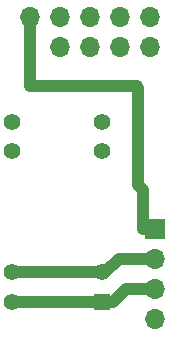
<source format=gbr>
G04 #@! TF.GenerationSoftware,KiCad,Pcbnew,(5.1.2)-2*
G04 #@! TF.CreationDate,2020-01-05T09:35:50+00:00*
G04 #@! TF.ProjectId,PlutoPTT,506c7574-6f50-4545-942e-6b696361645f,rev?*
G04 #@! TF.SameCoordinates,Original*
G04 #@! TF.FileFunction,Copper,L2,Bot*
G04 #@! TF.FilePolarity,Positive*
%FSLAX46Y46*%
G04 Gerber Fmt 4.6, Leading zero omitted, Abs format (unit mm)*
G04 Created by KiCad (PCBNEW (5.1.2)-2) date 2020-01-05 09:35:50*
%MOMM*%
%LPD*%
G04 APERTURE LIST*
%ADD10R,1.700000X1.700000*%
%ADD11O,1.700000X1.700000*%
%ADD12C,1.400000*%
%ADD13R,1.400000X1.400000*%
%ADD14C,0.800000*%
%ADD15C,1.000000*%
G04 APERTURE END LIST*
D10*
X77851000Y-61087000D03*
D11*
X77851000Y-63627000D03*
X77851000Y-66167000D03*
X77851000Y-68707000D03*
X67310000Y-43180000D03*
X69850000Y-45720000D03*
X69850000Y-43180000D03*
X72390000Y-45720000D03*
X72390000Y-43180000D03*
X74930000Y-45720000D03*
X74930000Y-43180000D03*
X77470000Y-45720000D03*
X77470000Y-43180000D03*
D12*
X65786000Y-64770000D03*
X65786000Y-54510000D03*
X73406000Y-54510000D03*
X73406000Y-64770000D03*
D13*
X73406000Y-67310000D03*
D12*
X65786000Y-52070000D03*
X73406000Y-52070000D03*
X65786000Y-67310000D03*
D14*
X76454000Y-54483000D03*
X76454000Y-56261000D03*
D15*
X76835000Y-61087000D02*
X77851000Y-61087000D01*
X67310000Y-49022000D02*
X76327000Y-49022000D01*
X76327000Y-49022000D02*
X76454000Y-49149000D01*
X67310000Y-43180000D02*
X67310000Y-49022000D01*
X76454000Y-49149000D02*
X76454000Y-57404000D01*
X76454000Y-57404000D02*
X76835000Y-57785000D01*
X76835000Y-57785000D02*
X76835000Y-61087000D01*
X73660000Y-64770000D02*
X70104000Y-64770000D01*
X74803000Y-63627000D02*
X73660000Y-64770000D01*
X76835000Y-63627000D02*
X74803000Y-63627000D01*
X76835000Y-63627000D02*
X77851000Y-63627000D01*
X67183000Y-64770000D02*
X65786000Y-64770000D01*
X67183000Y-64770000D02*
X66040000Y-64770000D01*
X70104000Y-64770000D02*
X67183000Y-64770000D01*
X73660000Y-67310000D02*
X74295000Y-67310000D01*
X74295000Y-67310000D02*
X75438000Y-66167000D01*
X75438000Y-66167000D02*
X76835000Y-66167000D01*
X76835000Y-66167000D02*
X77851000Y-66167000D01*
X66929000Y-67310000D02*
X65786000Y-67310000D01*
X66929000Y-67310000D02*
X66040000Y-67310000D01*
X73660000Y-67310000D02*
X66929000Y-67310000D01*
M02*

</source>
